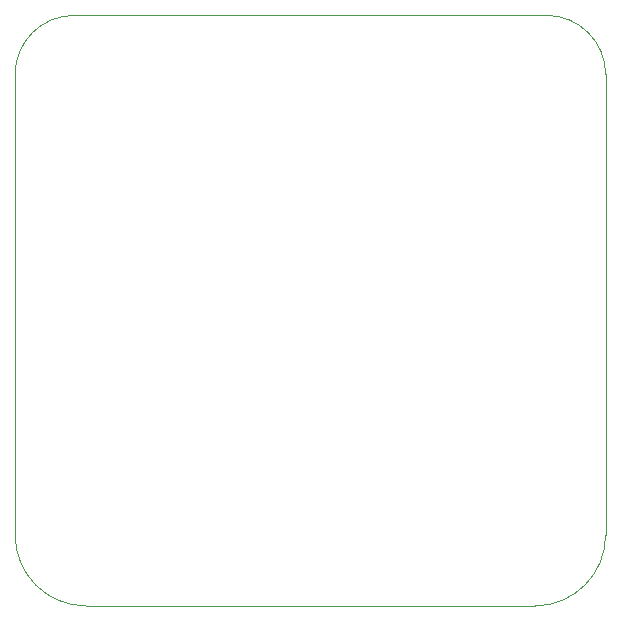
<source format=gbr>
%TF.GenerationSoftware,KiCad,Pcbnew,5.1.10-88a1d61d58~88~ubuntu20.04.1*%
%TF.CreationDate,2021-06-20T20:02:36+02:00*%
%TF.ProjectId,bluePillG,626c7565-5069-46c6-9c47-2e6b69636164,rev?*%
%TF.SameCoordinates,Original*%
%TF.FileFunction,Profile,NP*%
%FSLAX46Y46*%
G04 Gerber Fmt 4.6, Leading zero omitted, Abs format (unit mm)*
G04 Created by KiCad (PCBNEW 5.1.10-88a1d61d58~88~ubuntu20.04.1) date 2021-06-20 20:02:36*
%MOMM*%
%LPD*%
G01*
G04 APERTURE LIST*
%TA.AperFunction,Profile*%
%ADD10C,0.050000*%
%TD*%
G04 APERTURE END LIST*
D10*
X79000000Y-47000000D02*
X79000000Y-86000000D01*
X35000000Y-92000000D02*
X73000000Y-92000000D01*
X29000000Y-47000000D02*
X29000000Y-86000000D01*
X74000000Y-42000000D02*
X34000000Y-42000000D01*
X79000000Y-86000000D02*
G75*
G02*
X73000000Y-92000000I-6000000J0D01*
G01*
X35000000Y-92000000D02*
G75*
G02*
X29000000Y-86000000I0J6000000D01*
G01*
X74000000Y-42000000D02*
G75*
G02*
X79000000Y-47000000I0J-5000000D01*
G01*
X29000000Y-47000000D02*
G75*
G02*
X34000000Y-42000000I5000000J0D01*
G01*
M02*

</source>
